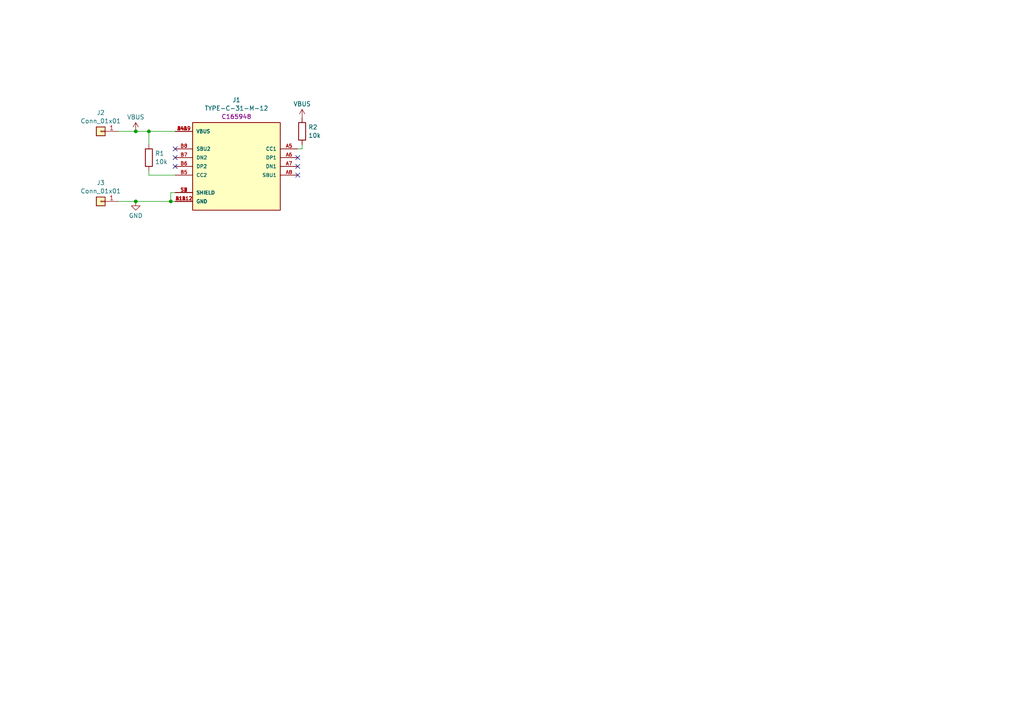
<source format=kicad_sch>
(kicad_sch (version 20231120) (generator "eeschema") (generator_version "8.0")
  (paper "A4")
  (lib_symbols
    (symbol "Connector_Generic:Conn_01x01" (pin_names (offset 1.016) hide)
      (property "Reference" "J" (at 0 2.54 0))
      (property "Value" "Conn_01x01" (at 0 -2.54 0))
      (symbol "Conn_01x01_1_1"
        (rectangle (start -1.27 0.127) (end 0 -0.127) (stroke (width 0.1524)))
        (rectangle (start -1.27 1.27) (end 1.27 -1.27) (stroke (width 0.254)) (fill (type background)))
        (pin passive line (at -5.08 0 0) (length 3.81) (name "Pin_1") (number "1"))
      )
    )
    (symbol "Device:R" (pin_numbers hide) (pin_names (offset 0))
      (property "Reference" "R" (at 2.032 0 90))
      (property "Value" "R" (at 0 0 90))
      (symbol "R_0_1"
        (rectangle (start -1.016 -2.54) (end 1.016 2.54) (stroke (width 0.254)))
      )
      (symbol "R_1_1"
        (pin passive line (at 0 3.81 270) (length 1.27) (name "~") (number "1"))
        (pin passive line (at 0 -3.81 90) (length 1.27) (name "~") (number "2"))
      )
    )
    (symbol "Homebrew:TYPE-C-31-M-12" (pin_names (offset 1.016))
      (property "Reference" "J" (at -12.7 13.462 0))
      (property "Value" "TYPE-C-31-M-12" (at -12.7 -13.462 0))
      (property "LCSC" "C165948" (at 0 0 0))
      (symbol "TYPE-C-31-M-12_0_0"
        (rectangle (start -12.7 -12.7) (end 12.7 12.7) (stroke (width 0.254)) (fill (type background)))
        (pin power_out line (at 17.78 -10.16 180) (length 5.08) (name "GND") (number "A1B12"))
        (pin power_out line (at 17.78 10.16 180) (length 5.08) (name "VBUS") (number "A4B9"))
        (pin bidirectional line (at -17.78 5.08 0) (length 5.08) (name "CC1") (number "A5"))
        (pin bidirectional line (at -17.78 2.54 0) (length 5.08) (name "DP1") (number "A6"))
        (pin bidirectional line (at -17.78 0 0) (length 5.08) (name "DN1") (number "A7"))
        (pin bidirectional line (at -17.78 -2.54 0) (length 5.08) (name "SBU1") (number "A8"))
        (pin power_out line (at 17.78 -10.16 180) (length 5.08) (name "GND") (number "B1A12"))
        (pin power_out line (at 17.78 10.16 180) (length 5.08) (name "VBUS") (number "B4A9"))
        (pin bidirectional line (at 17.78 -2.54 180) (length 5.08) (name "CC2") (number "B5"))
        (pin bidirectional line (at 17.78 0 180) (length 5.08) (name "DP2") (number "B6"))
        (pin bidirectional line (at 17.78 2.54 180) (length 5.08) (name "DN2") (number "B7"))
        (pin bidirectional line (at 17.78 5.08 180) (length 5.08) (name "SBU2") (number "B8"))
        (pin passive line (at 17.78 -7.62 180) (length 5.08) (name "SHIELD") (number "S1"))
        (pin passive line (at 17.78 -7.62 180) (length 5.08) (name "SHIELD") (number "S2"))
        (pin passive line (at 17.78 -7.62 180) (length 5.08) (name "SHIELD") (number "S3"))
        (pin passive line (at 17.78 -7.62 180) (length 5.08) (name "SHIELD") (number "S4"))
      )
    )
    (symbol "power:GND" (power) (pin_numbers hide) (pin_names (offset 0) hide)
      (property "Value" "GND" (at 0 -3.81 0))
      (symbol "GND_0_1"
        (polyline (pts (xy 0 0) (xy 0 -1.27) (xy 1.27 -1.27) (xy 0 -2.54) (xy -1.27 -1.27) (xy 0 -1.27)))
      )
      (symbol "GND_1_1"
        (pin power_in line (at 0 0 270) (length 0) (name "~") (number "1"))
      )
    )
    (symbol "power:VBUS" (power) (pin_numbers hide) (pin_names (offset 0) hide)
      (property "Value" "VBUS" (at 0 3.556 0))
      (symbol "VBUS_0_1"
        (polyline (pts (xy -0.762 1.27) (xy 0 2.54)))
        (polyline (pts (xy 0 0) (xy 0 2.54)))
        (polyline (pts (xy 0 2.54) (xy 0.762 1.27)))
      )
      (symbol "VBUS_1_1"
        (pin power_in line (at 0 0 90) (length 0) (name "~") (number "1"))
      )
    )
  )
  (junction (at 43.18 38.1))
  (junction (at 39.37 58.42))
  (junction (at 39.37 38.1))
  (junction (at 49.53 58.42))
  (no_connect (at 50.8 48.26))
  (no_connect (at 86.36 45.72))
  (no_connect (at 50.8 43.18))
  (no_connect (at 50.8 45.72))
  (no_connect (at 86.36 50.8))
  (no_connect (at 86.36 48.26))
  (wire (pts (xy 50.8 50.8) (xy 43.18 50.8)))
  (wire (pts (xy 87.63 43.18) (xy 86.36 43.18)))
  (wire (pts (xy 39.37 38.1) (xy 43.18 38.1)))
  (wire (pts (xy 49.53 55.88) (xy 50.8 55.88)))
  (wire (pts (xy 43.18 38.1) (xy 43.18 41.91)))
  (wire (pts (xy 43.18 50.8) (xy 43.18 49.53)))
  (wire (pts (xy 39.37 58.42) (xy 49.53 58.42)))
  (wire (pts (xy 43.18 38.1) (xy 50.8 38.1)))
  (wire (pts (xy 49.53 58.42) (xy 49.53 55.88)))
  (wire (pts (xy 87.63 41.91) (xy 87.63 43.18)))
  (wire (pts (xy 34.29 58.42) (xy 39.37 58.42)))
  (wire (pts (xy 49.53 58.42) (xy 50.8 58.42)))
  (wire (pts (xy 34.29 38.1) (xy 39.37 38.1)))
  (symbol (lib_id "Connector_Generic:Conn_01x01") (at 29.21 58.42 180) (unit 1)
    (property "Reference" "J3" (at 29.21 53.0055 0))
    (property "Value" "Conn_01x01" (at 29.21 55.4298 0))
    (property "Footprint" "Connector:Banana_Jack_1Pin" (effects (hide yes)))
    (property "Description" "Generic connector, single row, 01x01, script generated (kicad-library-utils/schlib/autogen/connector/)" (effects (hide yes)))
    (property "LCSC" "C4994335" (effects (hide yes)))
    (property "MPN" "Keystone 575-8" (effects (hide yes)))
  )
  (symbol (lib_id "Device:R") (at 43.18 45.72 0) (unit 1)
    (property "Reference" "R1" (at 44.958 44.5078 0) (effects (justify left)))
    (property "Value" "10k" (at 44.958 46.9321 0) (effects (justify left)))
    (property "Footprint" "Resistor_SMD:R_0603_1608Metric_Pad0.98x0.95mm_HandSolder" (effects (hide yes)))
    (property "Description" "Resistor" (effects (hide yes)))
    (property "LCSC" "C25804" (effects (hide yes)))
  )
  (symbol (lib_id "power:VBUS") (at 39.37 38.1 0) (unit 1)
    (property "Reference" "#PWR01" (effects (hide yes)))
    (property "Value" "VBUS" (at 39.37 33.9669 0))
    (property "Description" "Power symbol creates a global label with name \"VBUS\"" (effects (hide yes)))
  )
  (symbol (lib_id "power:GND") (at 39.37 58.42 0) (unit 1)
    (property "Reference" "#PWR03" (effects (hide yes)))
    (property "Value" "GND" (at 39.37 62.5531 0))
    (property "Description" "Power symbol creates a global label with name \"GND\" , ground" (effects (hide yes)))
  )
  (symbol (lib_id "Device:R") (at 87.63 38.1 0) (unit 1)
    (property "Reference" "R2" (at 89.408 36.8878 0) (effects (justify left)))
    (property "Value" "10k" (at 89.408 39.3121 0) (effects (justify left)))
    (property "Footprint" "Resistor_SMD:R_0603_1608Metric_Pad0.98x0.95mm_HandSolder" (effects (hide yes)))
    (property "Description" "Resistor" (effects (hide yes)))
    (property "LCSC" "C25804" (effects (hide yes)))
  )
  (symbol (lib_id "Homebrew:TYPE-C-31-M-12") (at 68.58 48.26 0) (mirror y) (unit 1)
    (property "Reference" "J1" (at 68.58 28.9913 0))
    (property "Value" "TYPE-C-31-M-12" (at 68.58 31.4156 0))
    (property "Footprint" "Homebrew:HRO_TYPE-C-31-M-12" (effects (hide yes)))
    (property "MAXIMUM_PACKAGE_HEIGHT" "3.31mm" (effects (hide yes)))
    (property "STANDARD" "Manufacturer Recommendations" (effects (hide yes)))
    (property "PARTREV" "A" (effects (hide yes)))
    (property "MANUFACTURER" "HRO Electronics" (effects (hide yes)))
    (property "LCSC" "C165948" (at 68.58 33.8399 0))
  )
  (symbol (lib_id "power:VBUS") (at 87.63 34.29 0) (unit 1)
    (property "Reference" "#PWR02" (effects (hide yes)))
    (property "Value" "VBUS" (at 87.63 30.1569 0))
    (property "Description" "Power symbol creates a global label with name \"VBUS\"" (effects (hide yes)))
  )
  (symbol (lib_id "Connector_Generic:Conn_01x01") (at 29.21 38.1 180) (unit 1)
    (property "Reference" "J2" (at 29.21 32.6855 0))
    (property "Value" "Conn_01x01" (at 29.21 35.1098 0))
    (property "Footprint" "Connector:Banana_Jack_1Pin" (effects (hide yes)))
    (property "Description" "Generic connector, single row, 01x01, script generated (kicad-library-utils/schlib/autogen/connector/)" (effects (hide yes)))
    (property "LCSC" "C4994335" (effects (hide yes)))
    (property "MPN" "Keystone 575-8" (effects (hide yes)))
  )
)
</source>
